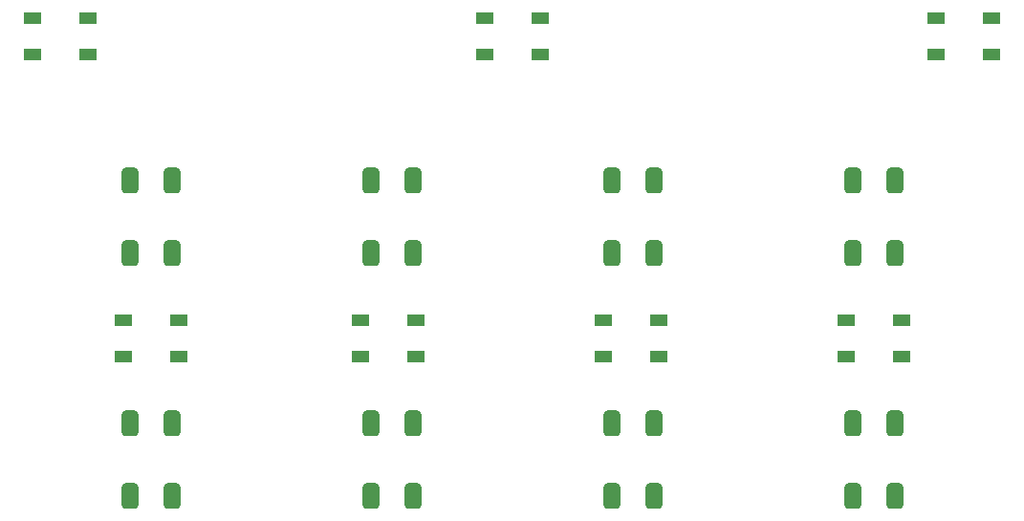
<source format=gbr>
%TF.GenerationSoftware,KiCad,Pcbnew,8.0.2*%
%TF.CreationDate,2024-11-11T15:41:05-05:00*%
%TF.ProjectId,PTZ_Camera_Controler,50545a5f-4361-46d6-9572-615f436f6e74,rev?*%
%TF.SameCoordinates,Original*%
%TF.FileFunction,Paste,Top*%
%TF.FilePolarity,Positive*%
%FSLAX46Y46*%
G04 Gerber Fmt 4.6, Leading zero omitted, Abs format (unit mm)*
G04 Created by KiCad (PCBNEW 8.0.2) date 2024-11-11 15:41:05*
%MOMM*%
%LPD*%
G01*
G04 APERTURE LIST*
G04 Aperture macros list*
%AMRoundRect*
0 Rectangle with rounded corners*
0 $1 Rounding radius*
0 $2 $3 $4 $5 $6 $7 $8 $9 X,Y pos of 4 corners*
0 Add a 4 corners polygon primitive as box body*
4,1,4,$2,$3,$4,$5,$6,$7,$8,$9,$2,$3,0*
0 Add four circle primitives for the rounded corners*
1,1,$1+$1,$2,$3*
1,1,$1+$1,$4,$5*
1,1,$1+$1,$6,$7*
1,1,$1+$1,$8,$9*
0 Add four rect primitives between the rounded corners*
20,1,$1+$1,$2,$3,$4,$5,0*
20,1,$1+$1,$4,$5,$6,$7,0*
20,1,$1+$1,$6,$7,$8,$9,0*
20,1,$1+$1,$8,$9,$2,$3,0*%
G04 Aperture macros list end*
%ADD10RoundRect,0.381000X0.381000X-0.762000X0.381000X0.762000X-0.381000X0.762000X-0.381000X-0.762000X0*%
%ADD11R,1.500000X1.000000*%
G04 APERTURE END LIST*
D10*
%TO.C,BUTTON3*%
X159816700Y-115450000D03*
X159816700Y-109050000D03*
X163516700Y-115450000D03*
X163516700Y-109050000D03*
%TD*%
D11*
%TO.C,LED7*%
X185450000Y-103100000D03*
X185450000Y-99900000D03*
X180550000Y-99900000D03*
X180550000Y-103100000D03*
%TD*%
%TO.C,LED6*%
X163950000Y-103100000D03*
X163950000Y-99900000D03*
X159050000Y-99900000D03*
X159050000Y-103100000D03*
%TD*%
D10*
%TO.C,BUTTON6*%
X138483300Y-93950000D03*
X138483300Y-87550000D03*
X142183300Y-93950000D03*
X142183300Y-87550000D03*
%TD*%
%TO.C,BUTTON7*%
X159816700Y-93950000D03*
X159816700Y-87550000D03*
X163516700Y-93950000D03*
X163516700Y-87550000D03*
%TD*%
%TO.C,BUTTON4*%
X181150000Y-115450000D03*
X181150000Y-109050000D03*
X184850000Y-115450000D03*
X184850000Y-109050000D03*
%TD*%
D11*
%TO.C,LED3*%
X193450000Y-76350000D03*
X193450000Y-73150000D03*
X188550000Y-73150000D03*
X188550000Y-76350000D03*
%TD*%
%TO.C,LED2*%
X153450000Y-76350000D03*
X153450000Y-73150000D03*
X148550000Y-73150000D03*
X148550000Y-76350000D03*
%TD*%
D10*
%TO.C,BUTTON1*%
X117150000Y-115450000D03*
X117150000Y-109050000D03*
X120850000Y-115450000D03*
X120850000Y-109050000D03*
%TD*%
%TO.C,BUTTON5*%
X117150000Y-93950000D03*
X117150000Y-87550000D03*
X120850000Y-93950000D03*
X120850000Y-87550000D03*
%TD*%
D11*
%TO.C,LED1*%
X113450000Y-76350000D03*
X113450000Y-73150000D03*
X108550000Y-73150000D03*
X108550000Y-76350000D03*
%TD*%
%TO.C,LED4*%
X121450000Y-103100000D03*
X121450000Y-99900000D03*
X116550000Y-99900000D03*
X116550000Y-103100000D03*
%TD*%
D10*
%TO.C,BUTTON8*%
X181150000Y-93950000D03*
X181150000Y-87550000D03*
X184850000Y-93950000D03*
X184850000Y-87550000D03*
%TD*%
%TO.C,BUTTON2*%
X138483300Y-115450000D03*
X138483300Y-109050000D03*
X142183300Y-115450000D03*
X142183300Y-109050000D03*
%TD*%
D11*
%TO.C,LED5*%
X142450000Y-103100000D03*
X142450000Y-99900000D03*
X137550000Y-99900000D03*
X137550000Y-103100000D03*
%TD*%
M02*

</source>
